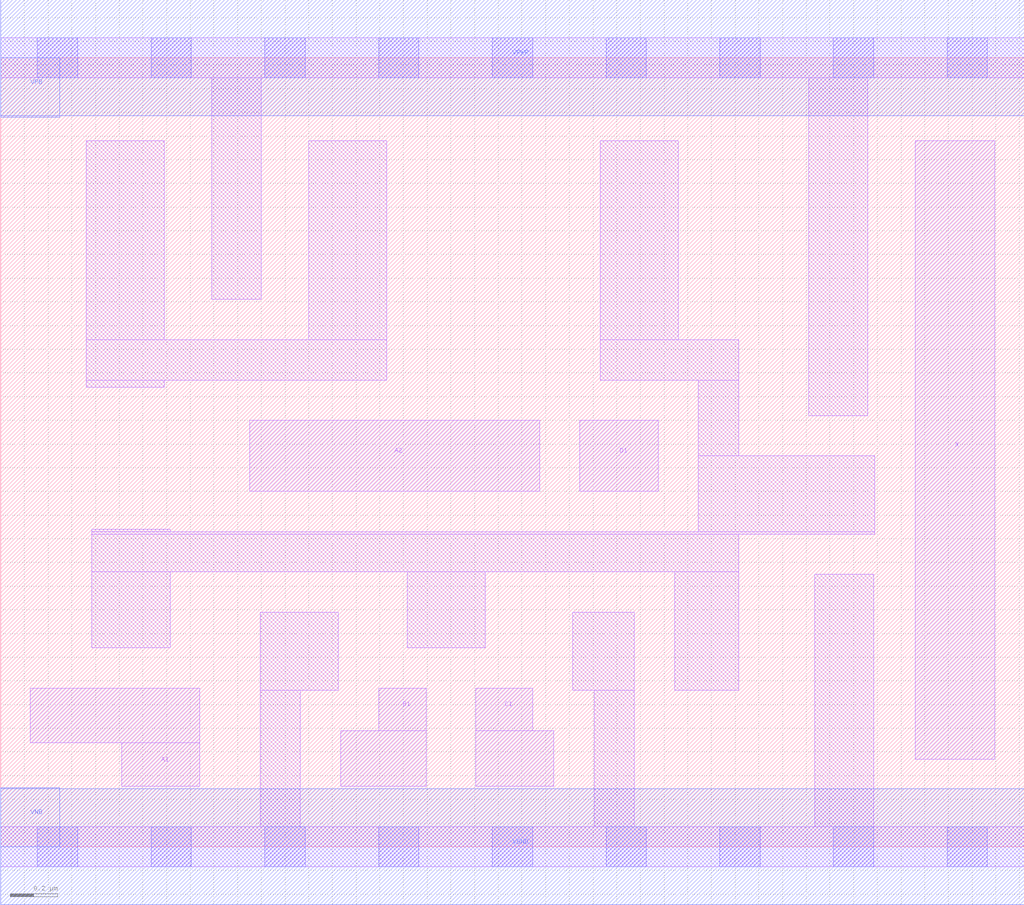
<source format=lef>
# Copyright 2020 The SkyWater PDK Authors
#
# Licensed under the Apache License, Version 2.0 (the "License");
# you may not use this file except in compliance with the License.
# You may obtain a copy of the License at
#
#     https://www.apache.org/licenses/LICENSE-2.0
#
# Unless required by applicable law or agreed to in writing, software
# distributed under the License is distributed on an "AS IS" BASIS,
# WITHOUT WARRANTIES OR CONDITIONS OF ANY KIND, either express or implied.
# See the License for the specific language governing permissions and
# limitations under the License.
#
# SPDX-License-Identifier: Apache-2.0

VERSION 5.5 ;
NAMESCASESENSITIVE ON ;
BUSBITCHARS "[]" ;
DIVIDERCHAR "/" ;
MACRO sky130_fd_sc_ms__a2111o_1
  CLASS CORE ;
  SOURCE USER ;
  ORIGIN  0.000000  0.000000 ;
  SIZE  4.320000 BY  3.330000 ;
  SYMMETRY X Y ;
  SITE unit ;
  PIN A1
    ANTENNAGATEAREA  0.246000 ;
    DIRECTION INPUT ;
    USE SIGNAL ;
    PORT
      LAYER li1 ;
        RECT 0.125000 0.440000 0.840000 0.670000 ;
        RECT 0.510000 0.255000 0.840000 0.440000 ;
    END
  END A1
  PIN A2
    ANTENNAGATEAREA  0.246000 ;
    DIRECTION INPUT ;
    USE SIGNAL ;
    PORT
      LAYER li1 ;
        RECT 1.050000 1.500000 2.275000 1.800000 ;
    END
  END A2
  PIN B1
    ANTENNAGATEAREA  0.246000 ;
    DIRECTION INPUT ;
    USE SIGNAL ;
    PORT
      LAYER li1 ;
        RECT 1.435000 0.255000 1.795000 0.490000 ;
        RECT 1.595000 0.490000 1.795000 0.670000 ;
    END
  END B1
  PIN C1
    ANTENNAGATEAREA  0.246000 ;
    DIRECTION INPUT ;
    USE SIGNAL ;
    PORT
      LAYER li1 ;
        RECT 2.005000 0.255000 2.335000 0.490000 ;
        RECT 2.005000 0.490000 2.245000 0.670000 ;
    END
  END C1
  PIN D1
    ANTENNAGATEAREA  0.246000 ;
    DIRECTION INPUT ;
    USE SIGNAL ;
    PORT
      LAYER li1 ;
        RECT 2.445000 1.500000 2.775000 1.800000 ;
    END
  END D1
  PIN X
    ANTENNADIFFAREA  0.504100 ;
    DIRECTION OUTPUT ;
    USE SIGNAL ;
    PORT
      LAYER li1 ;
        RECT 3.860000 0.370000 4.195000 2.980000 ;
    END
  END X
  PIN VGND
    DIRECTION INOUT ;
    USE GROUND ;
    PORT
      LAYER met1 ;
        RECT 0.000000 -0.245000 4.320000 0.245000 ;
    END
  END VGND
  PIN VNB
    DIRECTION INOUT ;
    USE GROUND ;
    PORT
    END
  END VNB
  PIN VPB
    DIRECTION INOUT ;
    USE POWER ;
    PORT
    END
  END VPB
  PIN VNB
    DIRECTION INOUT ;
    USE GROUND ;
    PORT
      LAYER met1 ;
        RECT 0.000000 0.000000 0.250000 0.250000 ;
    END
  END VNB
  PIN VPB
    DIRECTION INOUT ;
    USE POWER ;
    PORT
      LAYER met1 ;
        RECT 0.000000 3.080000 0.250000 3.330000 ;
    END
  END VPB
  PIN VPWR
    DIRECTION INOUT ;
    USE POWER ;
    PORT
      LAYER met1 ;
        RECT 0.000000 3.085000 4.320000 3.575000 ;
    END
  END VPWR
  OBS
    LAYER li1 ;
      RECT 0.000000 -0.085000 4.320000 0.085000 ;
      RECT 0.000000  3.245000 4.320000 3.415000 ;
      RECT 0.360000  1.940000 0.690000 1.970000 ;
      RECT 0.360000  1.970000 1.630000 2.140000 ;
      RECT 0.360000  2.140000 0.690000 2.980000 ;
      RECT 0.385000  0.840000 0.715000 1.160000 ;
      RECT 0.385000  1.160000 3.115000 1.320000 ;
      RECT 0.385000  1.320000 3.690000 1.330000 ;
      RECT 0.385000  1.330000 0.715000 1.340000 ;
      RECT 0.890000  2.310000 1.100000 3.245000 ;
      RECT 1.095000  0.085000 1.265000 0.660000 ;
      RECT 1.095000  0.660000 1.425000 0.990000 ;
      RECT 1.300000  2.140000 1.630000 2.980000 ;
      RECT 1.715000  0.840000 2.045000 1.160000 ;
      RECT 2.415000  0.660000 2.675000 0.990000 ;
      RECT 2.505000  0.085000 2.675000 0.660000 ;
      RECT 2.530000  1.970000 3.115000 2.140000 ;
      RECT 2.530000  2.140000 2.860000 2.980000 ;
      RECT 2.845000  0.660000 3.115000 1.160000 ;
      RECT 2.945000  1.330000 3.690000 1.650000 ;
      RECT 2.945000  1.650000 3.115000 1.970000 ;
      RECT 3.410000  1.820000 3.660000 3.245000 ;
      RECT 3.435000  0.085000 3.685000 1.150000 ;
    LAYER mcon ;
      RECT 0.155000 -0.085000 0.325000 0.085000 ;
      RECT 0.155000  3.245000 0.325000 3.415000 ;
      RECT 0.635000 -0.085000 0.805000 0.085000 ;
      RECT 0.635000  3.245000 0.805000 3.415000 ;
      RECT 1.115000 -0.085000 1.285000 0.085000 ;
      RECT 1.115000  3.245000 1.285000 3.415000 ;
      RECT 1.595000 -0.085000 1.765000 0.085000 ;
      RECT 1.595000  3.245000 1.765000 3.415000 ;
      RECT 2.075000 -0.085000 2.245000 0.085000 ;
      RECT 2.075000  3.245000 2.245000 3.415000 ;
      RECT 2.555000 -0.085000 2.725000 0.085000 ;
      RECT 2.555000  3.245000 2.725000 3.415000 ;
      RECT 3.035000 -0.085000 3.205000 0.085000 ;
      RECT 3.035000  3.245000 3.205000 3.415000 ;
      RECT 3.515000 -0.085000 3.685000 0.085000 ;
      RECT 3.515000  3.245000 3.685000 3.415000 ;
      RECT 3.995000 -0.085000 4.165000 0.085000 ;
      RECT 3.995000  3.245000 4.165000 3.415000 ;
  END
END sky130_fd_sc_ms__a2111o_1
END LIBRARY

</source>
